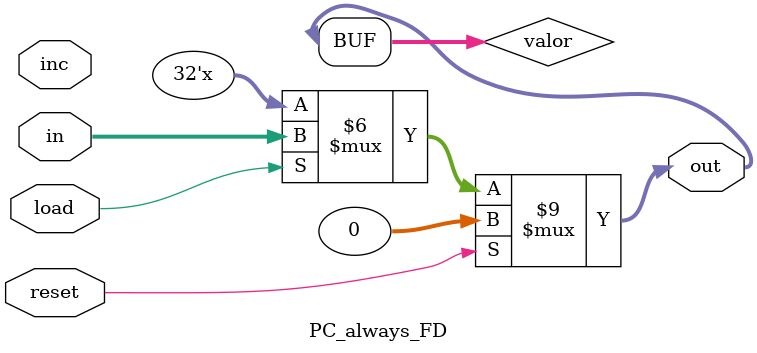
<source format=v>
module PC_always_FD (
input inc, //INCREMENTO
input load, 
input reset,
input [32-1:0] in, //VALOR DE ENTRADA
output reg [32-1:0] out //SAIDA
);

parameter N = 32;

reg [N-1:0] valor;

assign out = valor;
always @(*) begin
if (reset)
valor <= N'd0;      
else if (load)
valor <= in;         // Carrega com o valor em "in"
else if (inc)
valor <= valor + 1;    // aumenta o valor em 1
end

endmodule
</source>
